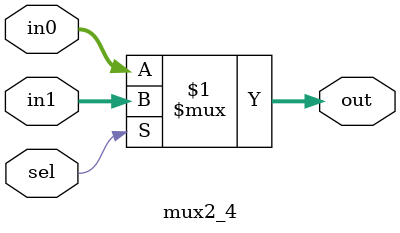
<source format=v>
/* 4-bits divider with iterative subtration method */
module divider_4_bits(a, b, quotient, remainder, div_by_zero);

input  [3:0] a;
input  [3:0] b;
output [3:0] quotient;
output [3:0] remainder;
output div_by_zero;

wire   [3:0] q;
wire   [3:0] r0, r1, r2, r3;

assign div_by_zero = (b == 4'b0000) ? 1'b1 : 1'b0;

divider_sub_stage s1({3'b000, a[3]},  b[3:0], q[3], r1);
divider_sub_stage s2({r1[2:0], a[2]}, b[3:0], q[2], r2);
divider_sub_stage s3({r2[2:0], a[1]}, b[3:0], q[1], r3);
divider_sub_stage s4({r3[2:0], a[0]}, b[3:0], q[0], remainder[3:0]);

assign quotient = ~q;

endmodule

module divider_sub_stage(a, b, q, r);

input  [3:0] a;
input  [3:0] b;
output q;
output [3:0] r;

wire   [3:0] xor_b; //1's complement
wire   [3:0] s;     //substraction result

wire carry_out;

/* 4-bits substractor:
   different to the textbook, we use the cla with xor instead of
   using the full-substractor, therefore the q will be inverted */
assign xor_b = b ^ 4'b1111;
cla_4bits cla(.a(a), .b(xor_b), .s(s), .cin(1'b1), .cout(carry_out));
assign q = ~carry_out;

/* 2-ways 4-bits mux */
mux2_4 m(.sel(q), .in1(a), .in0(s), .out(r));

endmodule

/* 4-bits carry-lookahead adder */
module cla_4bits(a, b, s, cin, cout);

input  [3:0] a;
input  [3:0] b;
output [3:0] s;
input  cin;
output cout;

wire [4:0] c;
wire [3:0] g; //generate
wire [3:0] p; //propagate

assign g = a & b;
assign p = a ^ b;
assign c[0] = cin;
assign c[1] = g[0] | (p[0] & c[0]);
assign c[2] = g[1] | (p[1] & g[0]) | (p[1] & p[0] & c[0]);
assign c[3] = g[2] | (p[2] & g[1]) | (p[2] & p[1] & g[0]) |
              (p[2] & p[1] & p[0] & c[0]);
assign c[4] = g[3] | (p[3] & g[2]) | (p[3] & p[2] & g[1]) |
              (p[3] & p[2] & p[1] & g[0]) | (p[3] & p[2] & p[1] & p[0] & c[0]);

assign s = p ^ c[3:0];

assign cout = c[4];

endmodule

/* 2-ways 4-bits mux */
module mux2_4(sel, in0, in1, out);

input  sel;
input  [3:0] in0;
input  [3:0] in1;
output [3:0] out;

assign out = sel ? in1 : in0;

endmodule

</source>
